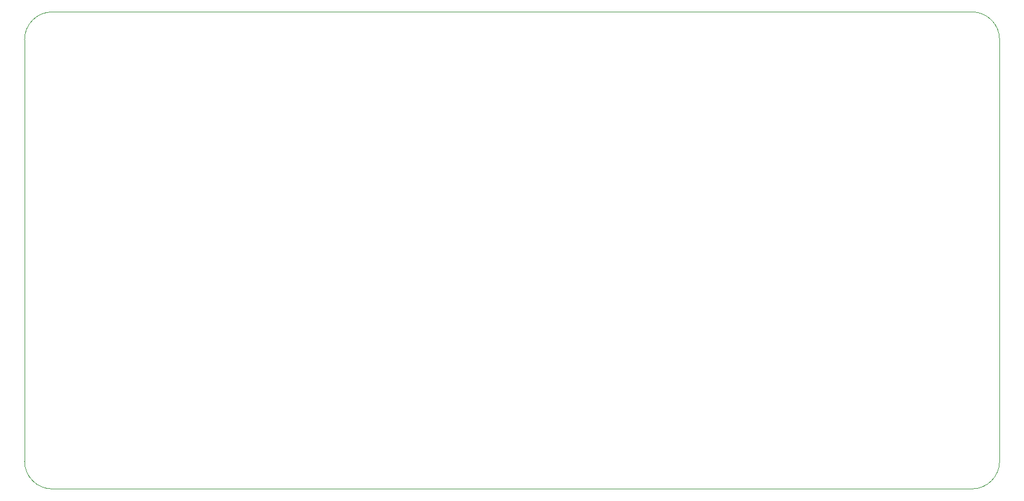
<source format=gbr>
G04 #@! TF.GenerationSoftware,KiCad,Pcbnew,(5.1.4)-1*
G04 #@! TF.CreationDate,2019-09-15T13:59:41-04:00*
G04 #@! TF.ProjectId,MorseTutor1,4d6f7273-6554-4757-946f-72312e6b6963,rev?*
G04 #@! TF.SameCoordinates,Original*
G04 #@! TF.FileFunction,Profile,NP*
%FSLAX46Y46*%
G04 Gerber Fmt 4.6, Leading zero omitted, Abs format (unit mm)*
G04 Created by KiCad (PCBNEW (5.1.4)-1) date 2019-09-15 13:59:41*
%MOMM*%
%LPD*%
G04 APERTURE LIST*
%ADD10C,0.050000*%
G04 APERTURE END LIST*
D10*
X40000000Y-104000000D02*
G75*
G02X36000000Y-100000000I0J4000000D01*
G01*
X177000000Y-100000000D02*
G75*
G02X173000000Y-104000000I-4000000J0D01*
G01*
X173000000Y-35000000D02*
G75*
G02X177000000Y-39000000I0J-4000000D01*
G01*
X36000000Y-39000000D02*
G75*
G02X40000000Y-35000000I4000000J0D01*
G01*
X173000000Y-35000000D02*
X172800000Y-35000000D01*
X173000000Y-104000000D02*
X40000000Y-104000000D01*
X172800000Y-35000000D02*
X40000000Y-35000000D01*
X177000000Y-39000000D02*
X177000000Y-100000000D01*
X36000000Y-39000000D02*
X36000000Y-100000000D01*
M02*

</source>
